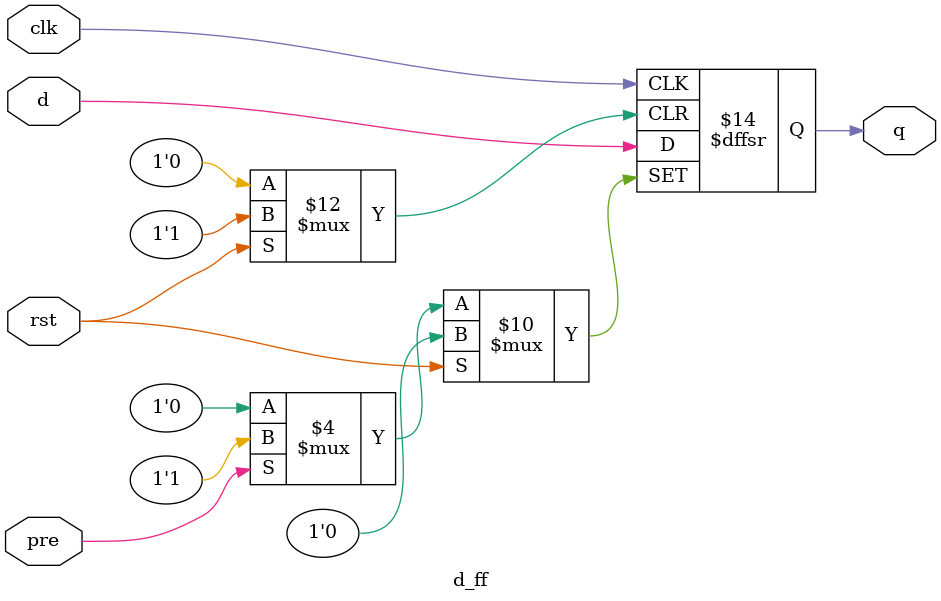
<source format=v>
module ringCounter #(parameter N = 4)(
	input clk, reset,
	output [N-1:0]out
);

d_ff d0(.clk(clk), .d(out[N-1]), .pre(reset), .q(out[0]));

genvar i;
generate
	for(i = 1; i < N; i=i+1)begin:jCounter
		d_ff d1(.clk(clk), .d(out[i-1]), .rst(reset), .q(out[i]));
	end
endgenerate

endmodule

// D Flip Flop
module d_ff (
    output reg q,
    input d,clk,rst,pre
);

always @(posedge clk, posedge rst, posedge pre) begin
	if(rst) q <= 1'b0;
	else if(pre) q <= 1'b1;
	else q <= d;
end
    
endmodule

</source>
